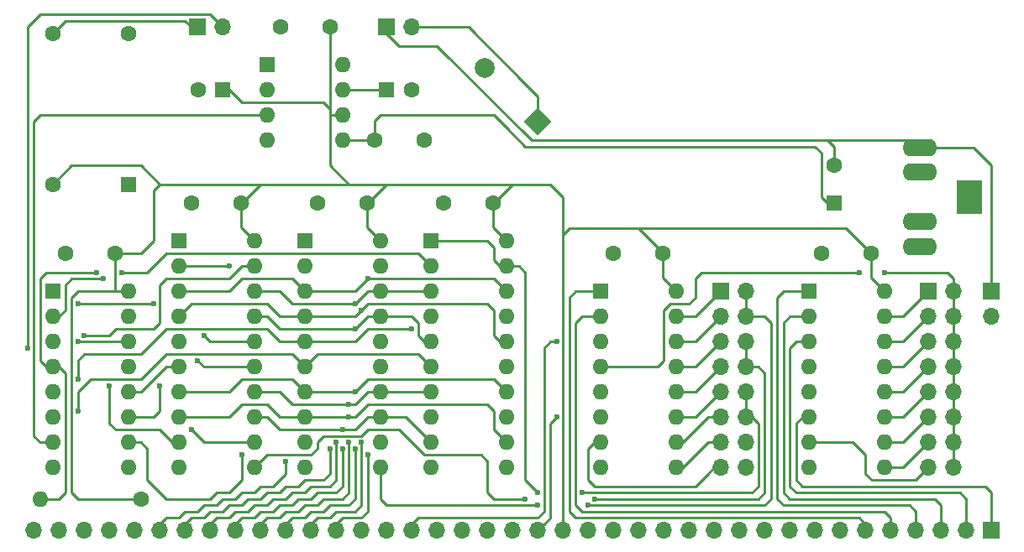
<source format=gtl>
G04 #@! TF.FileFunction,Copper,L1,Top,Signal*
%FSLAX46Y46*%
G04 Gerber Fmt 4.6, Leading zero omitted, Abs format (unit mm)*
G04 Created by KiCad (PCBNEW 4.0.7) date 06/26/19 17:32:02*
%MOMM*%
%LPD*%
G01*
G04 APERTURE LIST*
%ADD10C,0.100000*%
%ADD11R,1.600000X1.600000*%
%ADD12O,1.600000X1.600000*%
%ADD13C,1.600000*%
%ADD14R,1.700000X1.700000*%
%ADD15O,1.700000X1.700000*%
%ADD16C,2.000000*%
%ADD17R,2.500000X3.500000*%
%ADD18O,3.500000X1.750000*%
%ADD19C,0.600000*%
%ADD20C,0.250000*%
G04 APERTURE END LIST*
D10*
D11*
X100965000Y-94615000D03*
D12*
X108585000Y-102235000D03*
X100965000Y-97155000D03*
X108585000Y-99695000D03*
X100965000Y-99695000D03*
X108585000Y-97155000D03*
X100965000Y-102235000D03*
X108585000Y-94615000D03*
D13*
X107315000Y-90805000D03*
X102315000Y-90805000D03*
X116840000Y-102235000D03*
X111840000Y-102235000D03*
D11*
X158115000Y-108585000D03*
D13*
X158115000Y-104785000D03*
D14*
X146685000Y-117475000D03*
D15*
X149225000Y-117475000D03*
X146685000Y-120015000D03*
X149225000Y-120015000D03*
X146685000Y-122555000D03*
X149225000Y-122555000D03*
X146685000Y-125095000D03*
X149225000Y-125095000D03*
X146685000Y-127635000D03*
X149225000Y-127635000D03*
X146685000Y-130175000D03*
X149225000Y-130175000D03*
X146685000Y-132715000D03*
X149225000Y-132715000D03*
X146685000Y-135255000D03*
X149225000Y-135255000D03*
D14*
X167640000Y-117475000D03*
D15*
X170180000Y-117475000D03*
X167640000Y-120015000D03*
X170180000Y-120015000D03*
X167640000Y-122555000D03*
X170180000Y-122555000D03*
X167640000Y-125095000D03*
X170180000Y-125095000D03*
X167640000Y-127635000D03*
X170180000Y-127635000D03*
X167640000Y-130175000D03*
X170180000Y-130175000D03*
X167640000Y-132715000D03*
X170180000Y-132715000D03*
X167640000Y-135255000D03*
X170180000Y-135255000D03*
D14*
X173990000Y-141605000D03*
D15*
X171450000Y-141605000D03*
X168910000Y-141605000D03*
X166370000Y-141605000D03*
X163830000Y-141605000D03*
X161290000Y-141605000D03*
X158750000Y-141605000D03*
X156210000Y-141605000D03*
X153670000Y-141605000D03*
X151130000Y-141605000D03*
X148590000Y-141605000D03*
X146050000Y-141605000D03*
X143510000Y-141605000D03*
X140970000Y-141605000D03*
X138430000Y-141605000D03*
X135890000Y-141605000D03*
X133350000Y-141605000D03*
X130810000Y-141605000D03*
X128270000Y-141605000D03*
X125730000Y-141605000D03*
X123190000Y-141605000D03*
X120650000Y-141605000D03*
X118110000Y-141605000D03*
X115570000Y-141605000D03*
X113030000Y-141605000D03*
X110490000Y-141605000D03*
X107950000Y-141605000D03*
X105410000Y-141605000D03*
X102870000Y-141605000D03*
X100330000Y-141605000D03*
X97790000Y-141605000D03*
X95250000Y-141605000D03*
X92710000Y-141605000D03*
X90170000Y-141605000D03*
X87630000Y-141605000D03*
X85090000Y-141605000D03*
X82550000Y-141605000D03*
X80010000Y-141605000D03*
X77470000Y-141605000D03*
D14*
X113030000Y-90805000D03*
D15*
X115570000Y-90805000D03*
D10*
G36*
X129684214Y-100330000D02*
X128270000Y-101744214D01*
X126855786Y-100330000D01*
X128270000Y-98915786D01*
X129684214Y-100330000D01*
X129684214Y-100330000D01*
G37*
D16*
X122895988Y-94955988D03*
D13*
X88265000Y-138430000D03*
D12*
X78105000Y-138430000D03*
D11*
X79375000Y-117475000D03*
D12*
X86995000Y-135255000D03*
X79375000Y-120015000D03*
X86995000Y-132715000D03*
X79375000Y-122555000D03*
X86995000Y-130175000D03*
X79375000Y-125095000D03*
X86995000Y-127635000D03*
X79375000Y-127635000D03*
X86995000Y-125095000D03*
X79375000Y-130175000D03*
X86995000Y-122555000D03*
X79375000Y-132715000D03*
X86995000Y-120015000D03*
X79375000Y-135255000D03*
X86995000Y-117475000D03*
D11*
X86995000Y-106680000D03*
D13*
X79375000Y-106680000D03*
X79375000Y-91440000D03*
X86995000Y-91440000D03*
D17*
X171776000Y-107950000D03*
D18*
X166770000Y-112950000D03*
X166770000Y-102950000D03*
X166770000Y-110450000D03*
X166770000Y-105450000D03*
D13*
X118745000Y-108585000D03*
X123745000Y-108585000D03*
X135890000Y-113665000D03*
X140890000Y-113665000D03*
X156845000Y-113665000D03*
X161845000Y-113665000D03*
X80645000Y-113665000D03*
X85645000Y-113665000D03*
X93345000Y-108585000D03*
X98345000Y-108585000D03*
D14*
X93980000Y-90805000D03*
D15*
X96520000Y-90805000D03*
D14*
X173990000Y-117475000D03*
D15*
X173990000Y-120015000D03*
D11*
X96520000Y-97155000D03*
D13*
X94020000Y-97155000D03*
D11*
X113030000Y-97155000D03*
D13*
X115530000Y-97155000D03*
X106045000Y-108585000D03*
X111045000Y-108585000D03*
D11*
X117475000Y-112395000D03*
D12*
X125095000Y-135255000D03*
X117475000Y-114935000D03*
X125095000Y-132715000D03*
X117475000Y-117475000D03*
X125095000Y-130175000D03*
X117475000Y-120015000D03*
X125095000Y-127635000D03*
X117475000Y-122555000D03*
X125095000Y-125095000D03*
X117475000Y-125095000D03*
X125095000Y-122555000D03*
X117475000Y-127635000D03*
X125095000Y-120015000D03*
X117475000Y-130175000D03*
X125095000Y-117475000D03*
X117475000Y-132715000D03*
X125095000Y-114935000D03*
X117475000Y-135255000D03*
X125095000Y-112395000D03*
D11*
X134620000Y-117475000D03*
D12*
X142240000Y-135255000D03*
X134620000Y-120015000D03*
X142240000Y-132715000D03*
X134620000Y-122555000D03*
X142240000Y-130175000D03*
X134620000Y-125095000D03*
X142240000Y-127635000D03*
X134620000Y-127635000D03*
X142240000Y-125095000D03*
X134620000Y-130175000D03*
X142240000Y-122555000D03*
X134620000Y-132715000D03*
X142240000Y-120015000D03*
X134620000Y-135255000D03*
X142240000Y-117475000D03*
D11*
X155575000Y-117475000D03*
D12*
X163195000Y-135255000D03*
X155575000Y-120015000D03*
X163195000Y-132715000D03*
X155575000Y-122555000D03*
X163195000Y-130175000D03*
X155575000Y-125095000D03*
X163195000Y-127635000D03*
X155575000Y-127635000D03*
X163195000Y-125095000D03*
X155575000Y-130175000D03*
X163195000Y-122555000D03*
X155575000Y-132715000D03*
X163195000Y-120015000D03*
X155575000Y-135255000D03*
X163195000Y-117475000D03*
D11*
X92075000Y-112395000D03*
D12*
X99695000Y-135255000D03*
X92075000Y-114935000D03*
X99695000Y-132715000D03*
X92075000Y-117475000D03*
X99695000Y-130175000D03*
X92075000Y-120015000D03*
X99695000Y-127635000D03*
X92075000Y-122555000D03*
X99695000Y-125095000D03*
X92075000Y-125095000D03*
X99695000Y-122555000D03*
X92075000Y-127635000D03*
X99695000Y-120015000D03*
X92075000Y-130175000D03*
X99695000Y-117475000D03*
X92075000Y-132715000D03*
X99695000Y-114935000D03*
X92075000Y-135255000D03*
X99695000Y-112395000D03*
D11*
X104775000Y-112395000D03*
D12*
X112395000Y-135255000D03*
X104775000Y-114935000D03*
X112395000Y-132715000D03*
X104775000Y-117475000D03*
X112395000Y-130175000D03*
X104775000Y-120015000D03*
X112395000Y-127635000D03*
X104775000Y-122555000D03*
X112395000Y-125095000D03*
X104775000Y-125095000D03*
X112395000Y-122555000D03*
X104775000Y-127635000D03*
X112395000Y-120015000D03*
X104775000Y-130175000D03*
X112395000Y-117475000D03*
X104775000Y-132715000D03*
X112395000Y-114935000D03*
X104775000Y-135255000D03*
X112395000Y-112395000D03*
D19*
X132715000Y-137795000D03*
X128270000Y-137795000D03*
X160655000Y-115570000D03*
X163195000Y-115570000D03*
X130175000Y-130175000D03*
X130175000Y-122555000D03*
X111125000Y-116205000D03*
X111125000Y-133985000D03*
X110490000Y-119380000D03*
X110490000Y-132715000D03*
X109855000Y-127635000D03*
X109855000Y-133350000D03*
X109220000Y-130175000D03*
X109220000Y-132715000D03*
X108585000Y-131445000D03*
X108585000Y-133350000D03*
X109220000Y-128905000D03*
X107950000Y-132715000D03*
X107315000Y-133350000D03*
X109855000Y-121285000D03*
X109855000Y-118745000D03*
X102870000Y-134620000D03*
X81915000Y-122555000D03*
X76835000Y-123190000D03*
X133350000Y-139065000D03*
X128270000Y-139065000D03*
X127000000Y-138430000D03*
X133985000Y-138430000D03*
X86360000Y-115570000D03*
X83820000Y-115570000D03*
X81915000Y-126365000D03*
X115570000Y-121285000D03*
X81915000Y-129540000D03*
X93980000Y-124460000D03*
X89535000Y-118745000D03*
X81915000Y-118745000D03*
X84455000Y-116205000D03*
X94615000Y-121920000D03*
X97155000Y-114935000D03*
X98425000Y-133985000D03*
X82550000Y-121920000D03*
X90170000Y-127000000D03*
X85090000Y-127000000D03*
X93345000Y-131445000D03*
D20*
X85645000Y-113665000D02*
X85645000Y-117475000D01*
X85645000Y-117475000D02*
X85725000Y-117475000D01*
X85645000Y-113665000D02*
X88265000Y-113665000D01*
X89535000Y-112395000D02*
X88265000Y-113665000D01*
X89535000Y-107315000D02*
X89535000Y-109855000D01*
X89535000Y-107315000D02*
X90170000Y-106680000D01*
X89535000Y-109855000D02*
X89535000Y-112395000D01*
X81915000Y-117475000D02*
X81280000Y-118110000D01*
X81915000Y-117475000D02*
X85725000Y-117475000D01*
X88265000Y-138430000D02*
X81915000Y-138430000D01*
X81280000Y-118110000D02*
X81280000Y-137160000D01*
X81280000Y-137160000D02*
X81280000Y-137795000D01*
X81280000Y-137795000D02*
X81915000Y-138430000D01*
X85725000Y-117475000D02*
X86995000Y-117475000D01*
X79375000Y-106680000D02*
X81280000Y-104775000D01*
X88265000Y-104775000D02*
X90170000Y-106680000D01*
X81280000Y-104775000D02*
X88265000Y-104775000D01*
X107315000Y-99695000D02*
X108585000Y-99695000D01*
X107315000Y-104775000D02*
X109220000Y-106680000D01*
X107315000Y-99060000D02*
X107315000Y-99695000D01*
X107315000Y-99695000D02*
X107315000Y-104775000D01*
X98345000Y-108585000D02*
X98425000Y-108585000D01*
X98425000Y-108585000D02*
X100330000Y-106680000D01*
X111045000Y-108585000D02*
X111125000Y-108585000D01*
X111125000Y-108585000D02*
X113030000Y-106680000D01*
X98345000Y-108585000D02*
X98345000Y-111045000D01*
X98345000Y-111045000D02*
X99695000Y-112395000D01*
X111045000Y-108585000D02*
X111045000Y-111045000D01*
X111045000Y-111045000D02*
X112395000Y-112395000D01*
X123745000Y-108585000D02*
X123745000Y-111045000D01*
X123745000Y-111045000D02*
X125095000Y-112395000D01*
X123745000Y-108585000D02*
X123825000Y-108585000D01*
X123825000Y-108585000D02*
X125730000Y-106680000D01*
X130810000Y-111760000D02*
X130810000Y-110490000D01*
X121920000Y-106680000D02*
X125730000Y-106680000D01*
X125730000Y-106680000D02*
X129540000Y-106680000D01*
X129540000Y-106680000D02*
X130810000Y-107950000D01*
X130810000Y-107950000D02*
X130810000Y-110490000D01*
X95250000Y-106680000D02*
X90170000Y-106680000D01*
X96520000Y-106680000D02*
X95250000Y-106680000D01*
X98345000Y-108585000D02*
X98345000Y-108505000D01*
X109220000Y-106680000D02*
X108585000Y-106680000D01*
X113030000Y-106680000D02*
X109220000Y-106680000D01*
X108585000Y-106680000D02*
X100330000Y-106680000D01*
X100330000Y-106680000D02*
X96520000Y-106680000D01*
X111045000Y-108585000D02*
X111045000Y-108505000D01*
X121920000Y-106680000D02*
X113030000Y-106680000D01*
X123745000Y-108585000D02*
X123745000Y-108505000D01*
X98980000Y-108585000D02*
X99060000Y-108585000D01*
X96520000Y-97155000D02*
X97155000Y-97155000D01*
X97155000Y-97155000D02*
X98425000Y-98425000D01*
X98425000Y-98425000D02*
X106680000Y-98425000D01*
X106680000Y-98425000D02*
X107315000Y-99060000D01*
X107315000Y-90805000D02*
X107315000Y-99060000D01*
X107950000Y-99695000D02*
X108585000Y-99695000D01*
X140890000Y-113665000D02*
X140890000Y-113585000D01*
X140890000Y-113585000D02*
X138430000Y-111125000D01*
X130810000Y-141605000D02*
X130810000Y-111760000D01*
X130810000Y-111760000D02*
X131445000Y-111125000D01*
X159305000Y-111125000D02*
X161845000Y-113665000D01*
X131445000Y-111125000D02*
X138430000Y-111125000D01*
X138430000Y-111125000D02*
X159305000Y-111125000D01*
X140890000Y-113665000D02*
X140890000Y-116125000D01*
X140890000Y-116125000D02*
X142240000Y-117475000D01*
X161845000Y-113665000D02*
X161845000Y-116125000D01*
X161845000Y-116125000D02*
X163195000Y-117475000D01*
X125095000Y-100965000D02*
X123825000Y-99695000D01*
X127000000Y-102870000D02*
X125095000Y-100965000D01*
X156210000Y-102870000D02*
X127000000Y-102870000D01*
X156845000Y-103505000D02*
X156210000Y-102870000D01*
X156845000Y-107950000D02*
X156845000Y-103505000D01*
X157480000Y-108585000D02*
X156845000Y-107950000D01*
X111840000Y-100250000D02*
X111840000Y-102235000D01*
X112395000Y-99695000D02*
X111840000Y-100250000D01*
X123825000Y-99695000D02*
X112395000Y-99695000D01*
X108585000Y-102235000D02*
X111840000Y-102235000D01*
X158115000Y-108585000D02*
X157480000Y-108585000D01*
X113030000Y-90805000D02*
X113030000Y-91440000D01*
X113030000Y-91440000D02*
X114300000Y-92710000D01*
X157480000Y-102235000D02*
X166055000Y-102235000D01*
X166055000Y-102235000D02*
X166770000Y-102950000D01*
X127635000Y-102235000D02*
X157480000Y-102235000D01*
X158115000Y-102870000D02*
X158115000Y-104785000D01*
X157480000Y-102235000D02*
X158115000Y-102870000D01*
X116840000Y-92710000D02*
X118110000Y-92710000D01*
X118110000Y-92710000D02*
X127635000Y-102235000D01*
X114300000Y-92710000D02*
X116840000Y-92710000D01*
X166770000Y-102950000D02*
X172165000Y-102950000D01*
X173990000Y-104775000D02*
X173990000Y-117475000D01*
X172165000Y-102950000D02*
X173990000Y-104775000D01*
X142240000Y-120015000D02*
X144145000Y-120015000D01*
X144145000Y-120015000D02*
X146685000Y-117475000D01*
X142240000Y-122555000D02*
X144145000Y-122555000D01*
X144145000Y-122555000D02*
X146685000Y-120015000D01*
X142240000Y-125095000D02*
X144145000Y-125095000D01*
X144145000Y-125095000D02*
X146685000Y-122555000D01*
X142240000Y-127635000D02*
X144145000Y-127635000D01*
X144145000Y-127635000D02*
X146685000Y-125095000D01*
X142240000Y-130175000D02*
X144145000Y-130175000D01*
X144145000Y-130175000D02*
X146685000Y-127635000D01*
X128270000Y-137795000D02*
X127000000Y-136525000D01*
X127000000Y-136525000D02*
X127000000Y-115570000D01*
X127000000Y-115570000D02*
X126365000Y-114935000D01*
X125095000Y-114935000D02*
X126365000Y-114935000D01*
X150495000Y-130810000D02*
X149860000Y-130175000D01*
X149860000Y-137795000D02*
X146050000Y-137795000D01*
X150495000Y-137160000D02*
X149860000Y-137795000D01*
X150495000Y-130810000D02*
X150495000Y-137160000D01*
X146050000Y-137795000D02*
X132715000Y-137795000D01*
X149225000Y-130175000D02*
X149860000Y-130175000D01*
X117475000Y-112395000D02*
X123190000Y-112395000D01*
X123825000Y-114300000D02*
X124460000Y-114935000D01*
X123825000Y-113030000D02*
X123825000Y-114300000D01*
X123190000Y-112395000D02*
X123825000Y-113030000D01*
X124460000Y-114935000D02*
X125095000Y-114935000D01*
X149225000Y-130175000D02*
X149225000Y-127635000D01*
X146685000Y-130175000D02*
X145415000Y-130175000D01*
X145415000Y-130175000D02*
X142875000Y-132715000D01*
X142875000Y-132715000D02*
X142240000Y-132715000D01*
X146685000Y-132715000D02*
X145415000Y-132715000D01*
X145415000Y-132715000D02*
X142875000Y-135255000D01*
X142875000Y-135255000D02*
X142240000Y-135255000D01*
X133350000Y-136525000D02*
X133985000Y-137160000D01*
X144145000Y-137160000D02*
X145415000Y-135890000D01*
X133985000Y-137160000D02*
X144145000Y-137160000D01*
X145415000Y-135890000D02*
X146050000Y-135255000D01*
X146050000Y-135255000D02*
X146685000Y-135255000D01*
X134620000Y-132715000D02*
X133985000Y-132715000D01*
X133985000Y-132715000D02*
X133350000Y-133350000D01*
X133350000Y-133350000D02*
X133350000Y-136525000D01*
X163195000Y-120015000D02*
X165100000Y-120015000D01*
X165100000Y-120015000D02*
X167640000Y-117475000D01*
X170180000Y-117475000D02*
X170180000Y-116205000D01*
X140335000Y-125095000D02*
X134620000Y-125095000D01*
X140970000Y-124460000D02*
X140335000Y-125095000D01*
X140970000Y-119380000D02*
X140970000Y-124460000D01*
X141605000Y-118745000D02*
X140970000Y-119380000D01*
X143510000Y-118745000D02*
X141605000Y-118745000D01*
X144145000Y-118110000D02*
X143510000Y-118745000D01*
X144145000Y-116205000D02*
X144145000Y-118110000D01*
X144780000Y-115570000D02*
X144145000Y-116205000D01*
X160655000Y-115570000D02*
X144780000Y-115570000D01*
X169545000Y-115570000D02*
X163195000Y-115570000D01*
X170180000Y-116205000D02*
X169545000Y-115570000D01*
X170180000Y-120015000D02*
X170180000Y-117475000D01*
X170180000Y-122555000D02*
X170180000Y-120015000D01*
X170180000Y-125095000D02*
X170180000Y-122555000D01*
X170180000Y-127635000D02*
X170180000Y-125095000D01*
X170180000Y-130175000D02*
X170180000Y-127635000D01*
X170180000Y-132715000D02*
X170180000Y-130175000D01*
X170180000Y-135255000D02*
X170180000Y-132715000D01*
X163195000Y-122555000D02*
X165100000Y-122555000D01*
X165100000Y-122555000D02*
X167640000Y-120015000D01*
X163195000Y-125095000D02*
X165100000Y-125095000D01*
X165100000Y-125095000D02*
X167640000Y-122555000D01*
X163195000Y-127635000D02*
X165100000Y-127635000D01*
X165100000Y-127635000D02*
X167640000Y-125095000D01*
X163195000Y-130175000D02*
X165100000Y-130175000D01*
X165100000Y-130175000D02*
X167640000Y-127635000D01*
X163195000Y-132715000D02*
X165100000Y-132715000D01*
X165100000Y-132715000D02*
X167640000Y-130175000D01*
X163195000Y-135255000D02*
X165100000Y-135255000D01*
X165100000Y-135255000D02*
X167640000Y-132715000D01*
X161925000Y-136525000D02*
X166370000Y-136525000D01*
X155575000Y-132715000D02*
X160020000Y-132715000D01*
X166370000Y-136525000D02*
X167640000Y-135255000D01*
X161290000Y-135890000D02*
X161925000Y-136525000D01*
X161290000Y-133985000D02*
X161290000Y-135890000D01*
X160020000Y-132715000D02*
X161290000Y-133985000D01*
X155575000Y-130175000D02*
X154940000Y-130175000D01*
X154940000Y-130175000D02*
X154305000Y-130810000D01*
X154305000Y-130810000D02*
X154305000Y-136525000D01*
X154305000Y-136525000D02*
X154940000Y-137160000D01*
X154940000Y-137160000D02*
X161925000Y-137160000D01*
X173990000Y-141605000D02*
X173990000Y-137795000D01*
X173355000Y-137160000D02*
X161925000Y-137160000D01*
X173990000Y-137795000D02*
X173355000Y-137160000D01*
X155575000Y-122555000D02*
X154305000Y-122555000D01*
X171450000Y-138430000D02*
X170815000Y-137795000D01*
X170815000Y-137795000D02*
X161290000Y-137795000D01*
X171450000Y-138430000D02*
X171450000Y-141605000D01*
X154305000Y-137795000D02*
X161290000Y-137795000D01*
X153670000Y-137160000D02*
X154305000Y-137795000D01*
X153670000Y-123190000D02*
X153670000Y-137160000D01*
X154305000Y-122555000D02*
X153670000Y-123190000D01*
X155575000Y-120015000D02*
X153670000Y-120015000D01*
X168910000Y-139065000D02*
X168275000Y-138430000D01*
X168275000Y-138430000D02*
X161290000Y-138430000D01*
X168910000Y-139065000D02*
X168910000Y-141605000D01*
X153670000Y-138430000D02*
X161290000Y-138430000D01*
X153035000Y-137795000D02*
X153670000Y-138430000D01*
X153035000Y-120650000D02*
X153035000Y-137795000D01*
X153670000Y-120015000D02*
X153035000Y-120650000D01*
X155575000Y-117475000D02*
X153035000Y-117475000D01*
X166370000Y-139700000D02*
X165735000Y-139065000D01*
X165735000Y-139065000D02*
X160655000Y-139065000D01*
X166370000Y-139700000D02*
X166370000Y-141605000D01*
X153035000Y-139065000D02*
X160655000Y-139065000D01*
X152400000Y-138430000D02*
X153035000Y-139065000D01*
X152400000Y-118110000D02*
X152400000Y-138430000D01*
X153035000Y-117475000D02*
X152400000Y-118110000D01*
X133350000Y-139700000D02*
X132715000Y-139700000D01*
X132715000Y-120015000D02*
X133350000Y-120015000D01*
X132080000Y-120650000D02*
X132715000Y-120015000D01*
X132080000Y-139065000D02*
X132080000Y-120650000D01*
X132715000Y-139700000D02*
X132080000Y-139065000D01*
X152400000Y-139700000D02*
X133350000Y-139700000D01*
X163830000Y-140335000D02*
X163195000Y-139700000D01*
X163195000Y-139700000D02*
X152400000Y-139700000D01*
X163830000Y-141605000D02*
X163830000Y-140335000D01*
X133350000Y-120015000D02*
X134620000Y-120015000D01*
X132715000Y-140335000D02*
X132080000Y-140335000D01*
X132080000Y-117475000D02*
X132715000Y-117475000D01*
X131445000Y-118110000D02*
X132080000Y-117475000D01*
X131445000Y-139700000D02*
X131445000Y-118110000D01*
X132080000Y-140335000D02*
X131445000Y-139700000D01*
X134620000Y-117475000D02*
X132715000Y-117475000D01*
X160655000Y-140335000D02*
X151765000Y-140335000D01*
X160655000Y-140335000D02*
X161290000Y-140970000D01*
X132715000Y-140335000D02*
X151765000Y-140335000D01*
X161290000Y-141605000D02*
X161290000Y-140970000D01*
X129540000Y-139700000D02*
X129540000Y-140335000D01*
X128905000Y-140970000D02*
X128270000Y-141605000D01*
X129540000Y-140335000D02*
X128905000Y-140970000D01*
X128270000Y-141605000D02*
X128270000Y-140970000D01*
X129540000Y-130810000D02*
X130175000Y-130175000D01*
X129540000Y-139700000D02*
X129540000Y-130810000D01*
X127000000Y-140335000D02*
X128270000Y-140335000D01*
X128905000Y-123190000D02*
X129540000Y-122555000D01*
X128905000Y-139700000D02*
X128905000Y-123190000D01*
X128270000Y-140335000D02*
X128905000Y-139700000D01*
X115570000Y-141605000D02*
X115570000Y-140970000D01*
X115570000Y-140970000D02*
X116205000Y-140335000D01*
X116205000Y-140335000D02*
X127000000Y-140335000D01*
X129540000Y-122555000D02*
X130175000Y-122555000D01*
X92075000Y-117475000D02*
X97155000Y-117475000D01*
X97155000Y-117475000D02*
X98425000Y-116205000D01*
X109855000Y-140335000D02*
X110490000Y-140335000D01*
X111125000Y-139700000D02*
X111125000Y-139065000D01*
X110490000Y-140335000D02*
X111125000Y-139700000D01*
X107950000Y-140970000D02*
X108585000Y-140335000D01*
X109855000Y-140335000D02*
X109220000Y-140335000D01*
X109220000Y-140335000D02*
X108585000Y-140335000D01*
X111125000Y-139065000D02*
X111125000Y-133985000D01*
X107950000Y-140970000D02*
X107950000Y-141605000D01*
X104775000Y-117475000D02*
X109855000Y-117475000D01*
X110490000Y-116840000D02*
X111125000Y-116205000D01*
X109855000Y-117475000D02*
X110490000Y-116840000D01*
X123825000Y-116205000D02*
X125095000Y-117475000D01*
X111125000Y-116205000D02*
X123825000Y-116205000D01*
X103505000Y-116205000D02*
X104775000Y-117475000D01*
X98425000Y-116205000D02*
X103505000Y-116205000D01*
X109220000Y-139700000D02*
X109855000Y-139700000D01*
X110490000Y-139065000D02*
X110490000Y-138430000D01*
X109855000Y-139700000D02*
X110490000Y-139065000D01*
X107950000Y-139700000D02*
X109220000Y-139700000D01*
X107315000Y-140335000D02*
X106045000Y-140335000D01*
X105410000Y-140970000D02*
X106045000Y-140335000D01*
X107950000Y-139700000D02*
X107315000Y-140335000D01*
X110490000Y-138430000D02*
X110490000Y-132715000D01*
X105410000Y-140970000D02*
X105410000Y-141605000D01*
X110490000Y-119380000D02*
X111125000Y-118745000D01*
X111125000Y-118745000D02*
X123190000Y-118745000D01*
X123190000Y-118745000D02*
X123825000Y-119380000D01*
X123825000Y-119380000D02*
X123825000Y-121920000D01*
X123825000Y-121920000D02*
X124460000Y-122555000D01*
X109855000Y-120015000D02*
X110490000Y-119380000D01*
X104775000Y-120015000D02*
X109855000Y-120015000D01*
X124460000Y-122555000D02*
X125095000Y-122555000D01*
X100965000Y-118745000D02*
X102235000Y-120015000D01*
X102235000Y-120015000D02*
X104775000Y-120015000D01*
X92075000Y-120015000D02*
X93345000Y-118745000D01*
X93345000Y-118745000D02*
X100965000Y-118745000D01*
X92075000Y-127635000D02*
X97155000Y-127635000D01*
X97155000Y-127635000D02*
X98425000Y-126365000D01*
X109855000Y-136525000D02*
X109855000Y-133350000D01*
X109855000Y-137795000D02*
X109855000Y-136525000D01*
X102870000Y-140970000D02*
X103505000Y-140335000D01*
X103505000Y-140335000D02*
X104140000Y-140335000D01*
X107315000Y-139065000D02*
X106680000Y-139700000D01*
X104775000Y-140335000D02*
X104140000Y-140335000D01*
X105410000Y-139700000D02*
X104775000Y-140335000D01*
X106680000Y-139700000D02*
X105410000Y-139700000D01*
X107315000Y-139065000D02*
X108585000Y-139065000D01*
X109220000Y-139065000D02*
X109855000Y-138430000D01*
X109855000Y-138430000D02*
X109855000Y-137795000D01*
X108585000Y-139065000D02*
X109220000Y-139065000D01*
X102870000Y-141605000D02*
X102870000Y-140970000D01*
X104775000Y-127635000D02*
X109220000Y-127635000D01*
X109220000Y-127635000D02*
X109855000Y-127635000D01*
X123825000Y-126365000D02*
X125095000Y-127635000D01*
X109855000Y-127635000D02*
X111125000Y-126365000D01*
X111125000Y-126365000D02*
X123825000Y-126365000D01*
X100965000Y-126365000D02*
X103505000Y-126365000D01*
X103505000Y-126365000D02*
X104775000Y-127635000D01*
X98425000Y-126365000D02*
X100965000Y-126365000D01*
X92075000Y-130175000D02*
X97155000Y-130175000D01*
X97155000Y-130175000D02*
X98425000Y-128905000D01*
X109220000Y-135890000D02*
X109220000Y-132715000D01*
X107950000Y-138430000D02*
X108585000Y-138430000D01*
X108585000Y-138430000D02*
X109220000Y-137795000D01*
X100330000Y-140970000D02*
X100965000Y-140335000D01*
X106045000Y-139065000D02*
X104775000Y-139065000D01*
X104775000Y-139065000D02*
X104140000Y-139700000D01*
X104140000Y-139700000D02*
X102870000Y-139700000D01*
X102870000Y-139700000D02*
X102235000Y-140335000D01*
X102235000Y-140335000D02*
X100965000Y-140335000D01*
X106680000Y-138430000D02*
X106045000Y-139065000D01*
X106680000Y-138430000D02*
X107950000Y-138430000D01*
X109220000Y-135890000D02*
X109220000Y-137795000D01*
X100330000Y-141605000D02*
X100330000Y-140970000D01*
X111125000Y-128905000D02*
X123190000Y-128905000D01*
X123190000Y-128905000D02*
X123825000Y-129540000D01*
X123825000Y-129540000D02*
X123825000Y-131445000D01*
X123825000Y-131445000D02*
X125095000Y-132715000D01*
X110490000Y-129540000D02*
X109855000Y-130175000D01*
X109220000Y-130175000D02*
X109855000Y-130175000D01*
X110490000Y-129540000D02*
X111125000Y-128905000D01*
X104775000Y-130175000D02*
X108585000Y-130175000D01*
X108585000Y-130175000D02*
X109220000Y-130175000D01*
X100965000Y-128905000D02*
X102235000Y-130175000D01*
X102235000Y-130175000D02*
X104775000Y-130175000D01*
X98425000Y-128905000D02*
X100965000Y-128905000D01*
X108585000Y-135890000D02*
X108585000Y-133350000D01*
X107315000Y-137795000D02*
X107950000Y-137795000D01*
X106045000Y-137795000D02*
X107315000Y-137795000D01*
X105410000Y-138430000D02*
X104140000Y-138430000D01*
X104140000Y-138430000D02*
X103505000Y-139065000D01*
X103505000Y-139065000D02*
X102235000Y-139065000D01*
X102235000Y-139065000D02*
X101600000Y-139700000D01*
X101600000Y-139700000D02*
X100330000Y-139700000D01*
X100330000Y-139700000D02*
X99695000Y-140335000D01*
X99695000Y-140335000D02*
X98425000Y-140335000D01*
X97790000Y-140970000D02*
X98425000Y-140335000D01*
X106045000Y-137795000D02*
X105410000Y-138430000D01*
X107950000Y-137795000D02*
X108585000Y-137160000D01*
X108585000Y-135890000D02*
X108585000Y-137160000D01*
X97790000Y-140970000D02*
X97790000Y-141605000D01*
X109855000Y-131445000D02*
X111125000Y-130175000D01*
X108585000Y-131445000D02*
X109855000Y-131445000D01*
X111125000Y-130175000D02*
X112395000Y-130175000D01*
X112395000Y-130175000D02*
X114935000Y-130175000D01*
X114935000Y-130175000D02*
X117475000Y-132715000D01*
X99695000Y-130175000D02*
X100965000Y-130175000D01*
X107950000Y-131445000D02*
X108585000Y-131445000D01*
X102235000Y-131445000D02*
X107950000Y-131445000D01*
X100965000Y-130175000D02*
X102235000Y-131445000D01*
X107950000Y-135890000D02*
X107950000Y-132715000D01*
X107950000Y-136525000D02*
X107950000Y-135890000D01*
X107315000Y-137160000D02*
X106680000Y-137160000D01*
X105410000Y-137160000D02*
X104775000Y-137795000D01*
X97155000Y-140335000D02*
X95885000Y-140335000D01*
X97790000Y-139700000D02*
X97155000Y-140335000D01*
X99060000Y-139700000D02*
X97790000Y-139700000D01*
X99695000Y-139065000D02*
X99060000Y-139700000D01*
X100965000Y-139065000D02*
X99695000Y-139065000D01*
X101600000Y-138430000D02*
X100965000Y-139065000D01*
X102870000Y-138430000D02*
X101600000Y-138430000D01*
X103505000Y-137795000D02*
X102870000Y-138430000D01*
X104775000Y-137795000D02*
X103505000Y-137795000D01*
X105410000Y-137160000D02*
X106680000Y-137160000D01*
X95250000Y-140970000D02*
X95885000Y-140335000D01*
X107315000Y-137160000D02*
X107950000Y-136525000D01*
X95250000Y-140970000D02*
X95250000Y-141605000D01*
X112395000Y-127635000D02*
X111125000Y-127635000D01*
X109220000Y-128905000D02*
X109855000Y-128905000D01*
X111125000Y-127635000D02*
X109855000Y-128905000D01*
X112395000Y-127635000D02*
X117475000Y-127635000D01*
X100965000Y-127635000D02*
X102235000Y-127635000D01*
X107315000Y-128905000D02*
X109220000Y-128905000D01*
X102235000Y-127635000D02*
X103505000Y-128905000D01*
X99695000Y-127635000D02*
X100965000Y-127635000D01*
X103505000Y-128905000D02*
X107315000Y-128905000D01*
X107315000Y-135890000D02*
X106680000Y-136525000D01*
X106045000Y-136525000D02*
X104775000Y-136525000D01*
X93345000Y-140335000D02*
X92710000Y-140970000D01*
X94615000Y-140335000D02*
X93345000Y-140335000D01*
X95250000Y-139700000D02*
X94615000Y-140335000D01*
X96520000Y-139700000D02*
X95250000Y-139700000D01*
X97155000Y-139065000D02*
X96520000Y-139700000D01*
X98425000Y-139065000D02*
X97155000Y-139065000D01*
X99060000Y-138430000D02*
X98425000Y-139065000D01*
X100330000Y-138430000D02*
X99060000Y-138430000D01*
X100965000Y-137795000D02*
X100330000Y-138430000D01*
X102235000Y-137795000D02*
X100965000Y-137795000D01*
X102870000Y-137160000D02*
X102235000Y-137795000D01*
X104140000Y-137160000D02*
X102870000Y-137160000D01*
X104775000Y-136525000D02*
X104140000Y-137160000D01*
X106680000Y-136525000D02*
X106045000Y-136525000D01*
X107315000Y-135890000D02*
X107315000Y-133350000D01*
X92710000Y-140970000D02*
X92710000Y-141605000D01*
X114935000Y-120015000D02*
X115570000Y-120015000D01*
X116205000Y-121920000D02*
X116840000Y-122555000D01*
X116205000Y-120650000D02*
X116205000Y-121920000D01*
X115570000Y-120015000D02*
X116205000Y-120650000D01*
X116840000Y-122555000D02*
X117475000Y-122555000D01*
X109855000Y-121285000D02*
X106680000Y-121285000D01*
X111125000Y-120015000D02*
X112395000Y-120015000D01*
X111125000Y-120015000D02*
X109855000Y-121285000D01*
X106680000Y-121285000D02*
X102235000Y-121285000D01*
X99695000Y-120015000D02*
X100965000Y-120015000D01*
X100965000Y-120015000D02*
X102235000Y-121285000D01*
X112395000Y-120015000D02*
X114935000Y-120015000D01*
X92710000Y-140970000D02*
X92710000Y-141605000D01*
X102235000Y-136525000D02*
X102870000Y-135890000D01*
X101600000Y-137160000D02*
X102235000Y-136525000D01*
X100330000Y-137160000D02*
X101600000Y-137160000D01*
X99695000Y-137795000D02*
X100330000Y-137160000D01*
X98425000Y-137795000D02*
X99695000Y-137795000D01*
X97790000Y-138430000D02*
X98425000Y-137795000D01*
X96520000Y-138430000D02*
X97790000Y-138430000D01*
X95885000Y-139065000D02*
X96520000Y-138430000D01*
X94615000Y-139065000D02*
X95885000Y-139065000D01*
X93980000Y-139700000D02*
X94615000Y-139065000D01*
X92710000Y-139700000D02*
X93980000Y-139700000D01*
X92075000Y-140335000D02*
X92710000Y-139700000D01*
X90805000Y-140335000D02*
X92075000Y-140335000D01*
X90170000Y-140970000D02*
X90805000Y-140335000D01*
X102870000Y-135890000D02*
X102870000Y-134620000D01*
X90170000Y-141605000D02*
X90170000Y-140970000D01*
X112395000Y-117475000D02*
X111125000Y-117475000D01*
X111125000Y-117475000D02*
X109855000Y-118745000D01*
X112395000Y-117475000D02*
X117475000Y-117475000D01*
X99695000Y-117475000D02*
X102235000Y-117475000D01*
X102235000Y-117475000D02*
X103505000Y-118745000D01*
X103505000Y-118745000D02*
X109855000Y-118745000D01*
X83185000Y-122555000D02*
X81915000Y-122555000D01*
X86995000Y-122555000D02*
X83185000Y-122555000D01*
X95885000Y-90170000D02*
X95885000Y-90805000D01*
X76835000Y-123190000D02*
X76835000Y-120650000D01*
X77470000Y-90170000D02*
X76835000Y-90805000D01*
X78105000Y-89535000D02*
X77470000Y-90170000D01*
X95250000Y-89535000D02*
X78105000Y-89535000D01*
X95885000Y-90170000D02*
X95250000Y-89535000D01*
X76835000Y-90805000D02*
X76835000Y-120650000D01*
X127000000Y-96520000D02*
X128270000Y-97790000D01*
X127000000Y-96520000D02*
X121285000Y-90805000D01*
X116205000Y-90805000D02*
X121285000Y-90805000D01*
X128270000Y-97790000D02*
X128270000Y-100330000D01*
X77470000Y-112395000D02*
X77470000Y-100330000D01*
X77470000Y-132080000D02*
X78105000Y-132715000D01*
X77470000Y-121920000D02*
X77470000Y-132080000D01*
X79375000Y-132715000D02*
X78105000Y-132715000D01*
X77470000Y-112395000D02*
X77470000Y-121920000D01*
X78105000Y-99695000D02*
X100965000Y-99695000D01*
X77470000Y-100330000D02*
X78105000Y-99695000D01*
X108585000Y-97155000D02*
X113030000Y-97155000D01*
X112395000Y-135255000D02*
X112395000Y-138430000D01*
X151130000Y-120015000D02*
X149225000Y-120015000D01*
X151130000Y-139065000D02*
X134620000Y-139065000D01*
X151765000Y-138430000D02*
X151130000Y-139065000D01*
X151765000Y-120650000D02*
X151765000Y-138430000D01*
X151130000Y-120015000D02*
X151765000Y-120650000D01*
X134620000Y-139065000D02*
X133350000Y-139065000D01*
X113030000Y-139065000D02*
X128270000Y-139065000D01*
X112395000Y-138430000D02*
X113030000Y-139065000D01*
X149225000Y-120015000D02*
X149225000Y-117475000D01*
X116205000Y-133350000D02*
X114300000Y-131445000D01*
X110490000Y-132080000D02*
X111125000Y-131445000D01*
X100965000Y-133985000D02*
X105410000Y-133985000D01*
X99695000Y-135255000D02*
X100965000Y-133985000D01*
X109855000Y-132080000D02*
X106680000Y-132080000D01*
X106680000Y-132080000D02*
X106045000Y-132715000D01*
X106045000Y-132715000D02*
X106045000Y-133350000D01*
X106045000Y-133350000D02*
X105410000Y-133985000D01*
X109855000Y-132080000D02*
X110490000Y-132080000D01*
X111125000Y-131445000D02*
X114300000Y-131445000D01*
X116205000Y-133350000D02*
X116840000Y-133985000D01*
X127000000Y-138430000D02*
X125095000Y-138430000D01*
X134620000Y-138430000D02*
X133985000Y-138430000D01*
X151130000Y-137160000D02*
X151130000Y-137795000D01*
X150495000Y-125095000D02*
X151130000Y-125730000D01*
X151130000Y-125730000D02*
X151130000Y-137160000D01*
X150495000Y-125095000D02*
X149225000Y-125095000D01*
X150495000Y-138430000D02*
X146050000Y-138430000D01*
X151130000Y-137795000D02*
X150495000Y-138430000D01*
X134620000Y-138430000D02*
X146050000Y-138430000D01*
X123825000Y-138430000D02*
X125095000Y-138430000D01*
X123190000Y-137795000D02*
X123825000Y-138430000D01*
X123190000Y-134620000D02*
X123190000Y-137795000D01*
X122555000Y-133985000D02*
X123190000Y-134620000D01*
X116840000Y-133985000D02*
X122555000Y-133985000D01*
X149225000Y-125095000D02*
X149860000Y-125095000D01*
X149225000Y-122555000D02*
X149225000Y-125095000D01*
X78105000Y-116205000D02*
X78740000Y-115570000D01*
X116205000Y-113665000D02*
X117475000Y-114935000D01*
X114935000Y-113665000D02*
X116205000Y-113665000D01*
X102870000Y-113665000D02*
X114935000Y-113665000D01*
X90805000Y-113665000D02*
X102870000Y-113665000D01*
X88900000Y-115570000D02*
X90805000Y-113665000D01*
X86360000Y-115570000D02*
X88900000Y-115570000D01*
X78740000Y-115570000D02*
X83820000Y-115570000D01*
X79375000Y-125095000D02*
X80010000Y-125095000D01*
X80010000Y-125095000D02*
X80645000Y-125730000D01*
X80010000Y-138430000D02*
X78105000Y-138430000D01*
X80645000Y-137795000D02*
X80010000Y-138430000D01*
X80645000Y-125730000D02*
X80645000Y-137795000D01*
X79375000Y-125095000D02*
X78740000Y-125095000D01*
X78740000Y-125095000D02*
X78105000Y-124460000D01*
X78105000Y-124460000D02*
X78105000Y-116205000D01*
X102235000Y-122555000D02*
X100965000Y-121285000D01*
X100965000Y-121285000D02*
X97790000Y-121285000D01*
X102235000Y-122555000D02*
X104775000Y-122555000D01*
X90805000Y-121285000D02*
X97790000Y-121285000D01*
X88265000Y-123825000D02*
X90805000Y-121285000D01*
X82550000Y-123825000D02*
X88265000Y-123825000D01*
X81915000Y-124460000D02*
X82550000Y-123825000D01*
X81915000Y-126365000D02*
X81915000Y-124460000D01*
X114935000Y-121285000D02*
X115570000Y-121285000D01*
X109855000Y-122555000D02*
X111125000Y-121285000D01*
X111125000Y-121285000D02*
X114935000Y-121285000D01*
X104775000Y-122555000D02*
X109855000Y-122555000D01*
X103505000Y-123825000D02*
X97790000Y-123825000D01*
X103505000Y-123825000D02*
X104775000Y-125095000D01*
X90805000Y-123825000D02*
X97790000Y-123825000D01*
X88265000Y-126365000D02*
X90805000Y-123825000D01*
X83185000Y-126365000D02*
X88265000Y-126365000D01*
X81915000Y-127635000D02*
X83185000Y-126365000D01*
X81915000Y-129540000D02*
X81915000Y-127635000D01*
X104775000Y-125095000D02*
X106045000Y-123825000D01*
X116205000Y-123825000D02*
X117475000Y-125095000D01*
X106045000Y-123825000D02*
X116205000Y-123825000D01*
X81915000Y-118745000D02*
X89535000Y-118745000D01*
X94615000Y-125095000D02*
X93980000Y-124460000D01*
X94615000Y-125095000D02*
X99695000Y-125095000D01*
X95250000Y-122555000D02*
X94615000Y-121920000D01*
X84455000Y-116205000D02*
X81915000Y-116205000D01*
X81915000Y-116205000D02*
X81280000Y-116205000D01*
X81280000Y-116205000D02*
X80645000Y-116840000D01*
X80645000Y-116840000D02*
X80645000Y-119380000D01*
X80010000Y-120015000D02*
X80645000Y-119380000D01*
X95250000Y-122555000D02*
X99695000Y-122555000D01*
X80010000Y-120015000D02*
X79375000Y-120015000D01*
X90170000Y-137795000D02*
X88900000Y-136525000D01*
X88900000Y-133350000D02*
X88265000Y-132715000D01*
X88900000Y-136525000D02*
X88900000Y-133350000D01*
X86995000Y-132715000D02*
X88265000Y-132715000D01*
X97155000Y-114935000D02*
X92075000Y-114935000D01*
X98425000Y-136525000D02*
X98425000Y-133985000D01*
X97155000Y-137795000D02*
X98425000Y-136525000D01*
X95885000Y-137795000D02*
X97155000Y-137795000D01*
X95250000Y-138430000D02*
X95885000Y-137795000D01*
X90805000Y-138430000D02*
X95250000Y-138430000D01*
X90170000Y-137795000D02*
X90805000Y-138430000D01*
X90170000Y-117475000D02*
X90170000Y-116840000D01*
X82550000Y-121920000D02*
X85090000Y-121920000D01*
X85090000Y-121920000D02*
X85725000Y-121285000D01*
X85725000Y-121285000D02*
X89535000Y-121285000D01*
X89535000Y-121285000D02*
X90170000Y-120650000D01*
X90170000Y-120650000D02*
X90170000Y-117475000D01*
X98425000Y-114935000D02*
X99695000Y-114935000D01*
X97155000Y-116205000D02*
X98425000Y-114935000D01*
X90805000Y-116205000D02*
X97155000Y-116205000D01*
X90170000Y-116840000D02*
X90805000Y-116205000D01*
X89535000Y-130175000D02*
X86995000Y-130175000D01*
X90170000Y-129540000D02*
X89535000Y-130175000D01*
X90170000Y-127000000D02*
X90170000Y-129540000D01*
X86995000Y-127635000D02*
X88265000Y-127635000D01*
X90805000Y-125095000D02*
X92075000Y-125095000D01*
X88265000Y-127635000D02*
X90805000Y-125095000D01*
X90170000Y-131445000D02*
X91440000Y-132715000D01*
X85725000Y-131445000D02*
X90170000Y-131445000D01*
X85090000Y-130810000D02*
X85725000Y-131445000D01*
X85090000Y-127000000D02*
X85090000Y-130810000D01*
X91440000Y-132715000D02*
X92075000Y-132715000D01*
X99695000Y-132715000D02*
X94615000Y-132715000D01*
X94615000Y-132715000D02*
X93345000Y-131445000D01*
X93345000Y-90805000D02*
X92710000Y-90170000D01*
X92710000Y-90170000D02*
X80645000Y-90170000D01*
X80645000Y-90170000D02*
X79375000Y-91440000D01*
M02*

</source>
